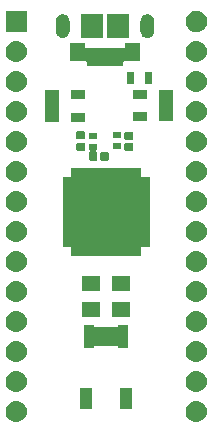
<source format=gbr>
G04 #@! TF.GenerationSoftware,KiCad,Pcbnew,5.0.1-33cea8e~66~ubuntu18.04.1*
G04 #@! TF.CreationDate,2018-10-16T23:10:54+02:00*
G04 #@! TF.ProjectId,TinyFPGA-BX,54696E79465047412D42582E6B696361,rev?*
G04 #@! TF.SameCoordinates,Original*
G04 #@! TF.FileFunction,Soldermask,Top*
G04 #@! TF.FilePolarity,Negative*
%FSLAX46Y46*%
G04 Gerber Fmt 4.6, Leading zero omitted, Abs format (unit mm)*
G04 Created by KiCad (PCBNEW 5.0.1-33cea8e~66~ubuntu18.04.1) date di 16 okt 2018 23:10:54 CEST*
%MOMM*%
%LPD*%
G01*
G04 APERTURE LIST*
%ADD10C,0.100000*%
G04 APERTURE END LIST*
D10*
G36*
X158932432Y-129932122D02*
X159102081Y-129983585D01*
X159258433Y-130067156D01*
X159395475Y-130179625D01*
X159507944Y-130316667D01*
X159591515Y-130473019D01*
X159642978Y-130642668D01*
X159660354Y-130819100D01*
X159642978Y-130995532D01*
X159591515Y-131165181D01*
X159507944Y-131321533D01*
X159395475Y-131458575D01*
X159258433Y-131571044D01*
X159102081Y-131654615D01*
X158932432Y-131706078D01*
X158800211Y-131719100D01*
X158711789Y-131719100D01*
X158579568Y-131706078D01*
X158409919Y-131654615D01*
X158253567Y-131571044D01*
X158116525Y-131458575D01*
X158004056Y-131321533D01*
X157920485Y-131165181D01*
X157869022Y-130995532D01*
X157851646Y-130819100D01*
X157869022Y-130642668D01*
X157920485Y-130473019D01*
X158004056Y-130316667D01*
X158116525Y-130179625D01*
X158253567Y-130067156D01*
X158409919Y-129983585D01*
X158579568Y-129932122D01*
X158711789Y-129919100D01*
X158800211Y-129919100D01*
X158932432Y-129932122D01*
X158932432Y-129932122D01*
G37*
G36*
X143692432Y-129932122D02*
X143862081Y-129983585D01*
X144018433Y-130067156D01*
X144155475Y-130179625D01*
X144267944Y-130316667D01*
X144351515Y-130473019D01*
X144402978Y-130642668D01*
X144420354Y-130819100D01*
X144402978Y-130995532D01*
X144351515Y-131165181D01*
X144267944Y-131321533D01*
X144155475Y-131458575D01*
X144018433Y-131571044D01*
X143862081Y-131654615D01*
X143692432Y-131706078D01*
X143560211Y-131719100D01*
X143471789Y-131719100D01*
X143339568Y-131706078D01*
X143169919Y-131654615D01*
X143013567Y-131571044D01*
X142876525Y-131458575D01*
X142764056Y-131321533D01*
X142680485Y-131165181D01*
X142629022Y-130995532D01*
X142611646Y-130819100D01*
X142629022Y-130642668D01*
X142680485Y-130473019D01*
X142764056Y-130316667D01*
X142876525Y-130179625D01*
X143013567Y-130067156D01*
X143169919Y-129983585D01*
X143339568Y-129932122D01*
X143471789Y-129919100D01*
X143560211Y-129919100D01*
X143692432Y-129932122D01*
X143692432Y-129932122D01*
G37*
G36*
X149930000Y-130623100D02*
X148930000Y-130623100D01*
X148930000Y-128823100D01*
X149930000Y-128823100D01*
X149930000Y-130623100D01*
X149930000Y-130623100D01*
G37*
G36*
X153330000Y-130623100D02*
X152330000Y-130623100D01*
X152330000Y-128823100D01*
X153330000Y-128823100D01*
X153330000Y-130623100D01*
X153330000Y-130623100D01*
G37*
G36*
X158932432Y-127392122D02*
X159102081Y-127443585D01*
X159258433Y-127527156D01*
X159395475Y-127639625D01*
X159507944Y-127776667D01*
X159591515Y-127933019D01*
X159642978Y-128102668D01*
X159660354Y-128279100D01*
X159642978Y-128455532D01*
X159591515Y-128625181D01*
X159507944Y-128781533D01*
X159395475Y-128918575D01*
X159258433Y-129031044D01*
X159102081Y-129114615D01*
X158932432Y-129166078D01*
X158800211Y-129179100D01*
X158711789Y-129179100D01*
X158579568Y-129166078D01*
X158409919Y-129114615D01*
X158253567Y-129031044D01*
X158116525Y-128918575D01*
X158004056Y-128781533D01*
X157920485Y-128625181D01*
X157869022Y-128455532D01*
X157851646Y-128279100D01*
X157869022Y-128102668D01*
X157920485Y-127933019D01*
X158004056Y-127776667D01*
X158116525Y-127639625D01*
X158253567Y-127527156D01*
X158409919Y-127443585D01*
X158579568Y-127392122D01*
X158711789Y-127379100D01*
X158800211Y-127379100D01*
X158932432Y-127392122D01*
X158932432Y-127392122D01*
G37*
G36*
X143692432Y-127392122D02*
X143862081Y-127443585D01*
X144018433Y-127527156D01*
X144155475Y-127639625D01*
X144267944Y-127776667D01*
X144351515Y-127933019D01*
X144402978Y-128102668D01*
X144420354Y-128279100D01*
X144402978Y-128455532D01*
X144351515Y-128625181D01*
X144267944Y-128781533D01*
X144155475Y-128918575D01*
X144018433Y-129031044D01*
X143862081Y-129114615D01*
X143692432Y-129166078D01*
X143560211Y-129179100D01*
X143471789Y-129179100D01*
X143339568Y-129166078D01*
X143169919Y-129114615D01*
X143013567Y-129031044D01*
X142876525Y-128918575D01*
X142764056Y-128781533D01*
X142680485Y-128625181D01*
X142629022Y-128455532D01*
X142611646Y-128279100D01*
X142629022Y-128102668D01*
X142680485Y-127933019D01*
X142764056Y-127776667D01*
X142876525Y-127639625D01*
X143013567Y-127527156D01*
X143169919Y-127443585D01*
X143339568Y-127392122D01*
X143471789Y-127379100D01*
X143560211Y-127379100D01*
X143692432Y-127392122D01*
X143692432Y-127392122D01*
G37*
G36*
X143692432Y-124852122D02*
X143862081Y-124903585D01*
X144018433Y-124987156D01*
X144155475Y-125099625D01*
X144267944Y-125236667D01*
X144351515Y-125393019D01*
X144402978Y-125562668D01*
X144420354Y-125739100D01*
X144402978Y-125915532D01*
X144351515Y-126085181D01*
X144267944Y-126241533D01*
X144155475Y-126378575D01*
X144018433Y-126491044D01*
X143862081Y-126574615D01*
X143692432Y-126626078D01*
X143560211Y-126639100D01*
X143471789Y-126639100D01*
X143339568Y-126626078D01*
X143169919Y-126574615D01*
X143013567Y-126491044D01*
X142876525Y-126378575D01*
X142764056Y-126241533D01*
X142680485Y-126085181D01*
X142629022Y-125915532D01*
X142611646Y-125739100D01*
X142629022Y-125562668D01*
X142680485Y-125393019D01*
X142764056Y-125236667D01*
X142876525Y-125099625D01*
X143013567Y-124987156D01*
X143169919Y-124903585D01*
X143339568Y-124852122D01*
X143471789Y-124839100D01*
X143560211Y-124839100D01*
X143692432Y-124852122D01*
X143692432Y-124852122D01*
G37*
G36*
X158932432Y-124852122D02*
X159102081Y-124903585D01*
X159258433Y-124987156D01*
X159395475Y-125099625D01*
X159507944Y-125236667D01*
X159591515Y-125393019D01*
X159642978Y-125562668D01*
X159660354Y-125739100D01*
X159642978Y-125915532D01*
X159591515Y-126085181D01*
X159507944Y-126241533D01*
X159395475Y-126378575D01*
X159258433Y-126491044D01*
X159102081Y-126574615D01*
X158932432Y-126626078D01*
X158800211Y-126639100D01*
X158711789Y-126639100D01*
X158579568Y-126626078D01*
X158409919Y-126574615D01*
X158253567Y-126491044D01*
X158116525Y-126378575D01*
X158004056Y-126241533D01*
X157920485Y-126085181D01*
X157869022Y-125915532D01*
X157851646Y-125739100D01*
X157869022Y-125562668D01*
X157920485Y-125393019D01*
X158004056Y-125236667D01*
X158116525Y-125099625D01*
X158253567Y-124987156D01*
X158409919Y-124903585D01*
X158579568Y-124852122D01*
X158711789Y-124839100D01*
X158800211Y-124839100D01*
X158932432Y-124852122D01*
X158932432Y-124852122D01*
G37*
G36*
X150105000Y-123560000D02*
X150107402Y-123584386D01*
X150114515Y-123607835D01*
X150126066Y-123629446D01*
X150141612Y-123648388D01*
X150160554Y-123663934D01*
X150182165Y-123675485D01*
X150205614Y-123682598D01*
X150230000Y-123685000D01*
X152030000Y-123685000D01*
X152054386Y-123682598D01*
X152077835Y-123675485D01*
X152099446Y-123663934D01*
X152118388Y-123648388D01*
X152133934Y-123629446D01*
X152145485Y-123607835D01*
X152152598Y-123584386D01*
X152155000Y-123560000D01*
X152155000Y-123510000D01*
X153005000Y-123510000D01*
X153005000Y-125410000D01*
X152155000Y-125410000D01*
X152155000Y-125360000D01*
X152152598Y-125335614D01*
X152145485Y-125312165D01*
X152133934Y-125290554D01*
X152118388Y-125271612D01*
X152099446Y-125256066D01*
X152077835Y-125244515D01*
X152054386Y-125237402D01*
X152030000Y-125235000D01*
X150230000Y-125235000D01*
X150205614Y-125237402D01*
X150182165Y-125244515D01*
X150160554Y-125256066D01*
X150141612Y-125271612D01*
X150126066Y-125290554D01*
X150114515Y-125312165D01*
X150107402Y-125335614D01*
X150105000Y-125360000D01*
X150105000Y-125410000D01*
X149255000Y-125410000D01*
X149255000Y-123510000D01*
X150105000Y-123510000D01*
X150105000Y-123560000D01*
X150105000Y-123560000D01*
G37*
G36*
X158932432Y-122312122D02*
X159102081Y-122363585D01*
X159258433Y-122447156D01*
X159395475Y-122559625D01*
X159507944Y-122696667D01*
X159591515Y-122853019D01*
X159642978Y-123022668D01*
X159660354Y-123199100D01*
X159642978Y-123375532D01*
X159591515Y-123545181D01*
X159507944Y-123701533D01*
X159395475Y-123838575D01*
X159258433Y-123951044D01*
X159102081Y-124034615D01*
X158932432Y-124086078D01*
X158800211Y-124099100D01*
X158711789Y-124099100D01*
X158579568Y-124086078D01*
X158409919Y-124034615D01*
X158253567Y-123951044D01*
X158116525Y-123838575D01*
X158004056Y-123701533D01*
X157920485Y-123545181D01*
X157869022Y-123375532D01*
X157851646Y-123199100D01*
X157869022Y-123022668D01*
X157920485Y-122853019D01*
X158004056Y-122696667D01*
X158116525Y-122559625D01*
X158253567Y-122447156D01*
X158409919Y-122363585D01*
X158579568Y-122312122D01*
X158711789Y-122299100D01*
X158800211Y-122299100D01*
X158932432Y-122312122D01*
X158932432Y-122312122D01*
G37*
G36*
X143692432Y-122312122D02*
X143862081Y-122363585D01*
X144018433Y-122447156D01*
X144155475Y-122559625D01*
X144267944Y-122696667D01*
X144351515Y-122853019D01*
X144402978Y-123022668D01*
X144420354Y-123199100D01*
X144402978Y-123375532D01*
X144351515Y-123545181D01*
X144267944Y-123701533D01*
X144155475Y-123838575D01*
X144018433Y-123951044D01*
X143862081Y-124034615D01*
X143692432Y-124086078D01*
X143560211Y-124099100D01*
X143471789Y-124099100D01*
X143339568Y-124086078D01*
X143169919Y-124034615D01*
X143013567Y-123951044D01*
X142876525Y-123838575D01*
X142764056Y-123701533D01*
X142680485Y-123545181D01*
X142629022Y-123375532D01*
X142611646Y-123199100D01*
X142629022Y-123022668D01*
X142680485Y-122853019D01*
X142764056Y-122696667D01*
X142876525Y-122559625D01*
X143013567Y-122447156D01*
X143169919Y-122363585D01*
X143339568Y-122312122D01*
X143471789Y-122299100D01*
X143560211Y-122299100D01*
X143692432Y-122312122D01*
X143692432Y-122312122D01*
G37*
G36*
X153150000Y-122824000D02*
X151650000Y-122824000D01*
X151650000Y-121524000D01*
X153150000Y-121524000D01*
X153150000Y-122824000D01*
X153150000Y-122824000D01*
G37*
G36*
X150610000Y-122824000D02*
X149110000Y-122824000D01*
X149110000Y-121524000D01*
X150610000Y-121524000D01*
X150610000Y-122824000D01*
X150610000Y-122824000D01*
G37*
G36*
X143692432Y-119772122D02*
X143862081Y-119823585D01*
X144018433Y-119907156D01*
X144155475Y-120019625D01*
X144267944Y-120156667D01*
X144351515Y-120313019D01*
X144402978Y-120482668D01*
X144420354Y-120659100D01*
X144402978Y-120835532D01*
X144351515Y-121005181D01*
X144267944Y-121161533D01*
X144155475Y-121298575D01*
X144018433Y-121411044D01*
X143862081Y-121494615D01*
X143692432Y-121546078D01*
X143560211Y-121559100D01*
X143471789Y-121559100D01*
X143339568Y-121546078D01*
X143169919Y-121494615D01*
X143013567Y-121411044D01*
X142876525Y-121298575D01*
X142764056Y-121161533D01*
X142680485Y-121005181D01*
X142629022Y-120835532D01*
X142611646Y-120659100D01*
X142629022Y-120482668D01*
X142680485Y-120313019D01*
X142764056Y-120156667D01*
X142876525Y-120019625D01*
X143013567Y-119907156D01*
X143169919Y-119823585D01*
X143339568Y-119772122D01*
X143471789Y-119759100D01*
X143560211Y-119759100D01*
X143692432Y-119772122D01*
X143692432Y-119772122D01*
G37*
G36*
X158932432Y-119772122D02*
X159102081Y-119823585D01*
X159258433Y-119907156D01*
X159395475Y-120019625D01*
X159507944Y-120156667D01*
X159591515Y-120313019D01*
X159642978Y-120482668D01*
X159660354Y-120659100D01*
X159642978Y-120835532D01*
X159591515Y-121005181D01*
X159507944Y-121161533D01*
X159395475Y-121298575D01*
X159258433Y-121411044D01*
X159102081Y-121494615D01*
X158932432Y-121546078D01*
X158800211Y-121559100D01*
X158711789Y-121559100D01*
X158579568Y-121546078D01*
X158409919Y-121494615D01*
X158253567Y-121411044D01*
X158116525Y-121298575D01*
X158004056Y-121161533D01*
X157920485Y-121005181D01*
X157869022Y-120835532D01*
X157851646Y-120659100D01*
X157869022Y-120482668D01*
X157920485Y-120313019D01*
X158004056Y-120156667D01*
X158116525Y-120019625D01*
X158253567Y-119907156D01*
X158409919Y-119823585D01*
X158579568Y-119772122D01*
X158711789Y-119759100D01*
X158800211Y-119759100D01*
X158932432Y-119772122D01*
X158932432Y-119772122D01*
G37*
G36*
X150610000Y-120624000D02*
X149110000Y-120624000D01*
X149110000Y-119324000D01*
X150610000Y-119324000D01*
X150610000Y-120624000D01*
X150610000Y-120624000D01*
G37*
G36*
X153150000Y-120624000D02*
X151650000Y-120624000D01*
X151650000Y-119324000D01*
X153150000Y-119324000D01*
X153150000Y-120624000D01*
X153150000Y-120624000D01*
G37*
G36*
X143692432Y-117232122D02*
X143862081Y-117283585D01*
X144018433Y-117367156D01*
X144155475Y-117479625D01*
X144267944Y-117616667D01*
X144351515Y-117773019D01*
X144402978Y-117942668D01*
X144420354Y-118119100D01*
X144402978Y-118295532D01*
X144351515Y-118465181D01*
X144267944Y-118621533D01*
X144155475Y-118758575D01*
X144018433Y-118871044D01*
X143862081Y-118954615D01*
X143692432Y-119006078D01*
X143560211Y-119019100D01*
X143471789Y-119019100D01*
X143339568Y-119006078D01*
X143169919Y-118954615D01*
X143013567Y-118871044D01*
X142876525Y-118758575D01*
X142764056Y-118621533D01*
X142680485Y-118465181D01*
X142629022Y-118295532D01*
X142611646Y-118119100D01*
X142629022Y-117942668D01*
X142680485Y-117773019D01*
X142764056Y-117616667D01*
X142876525Y-117479625D01*
X143013567Y-117367156D01*
X143169919Y-117283585D01*
X143339568Y-117232122D01*
X143471789Y-117219100D01*
X143560211Y-117219100D01*
X143692432Y-117232122D01*
X143692432Y-117232122D01*
G37*
G36*
X158932432Y-117232122D02*
X159102081Y-117283585D01*
X159258433Y-117367156D01*
X159395475Y-117479625D01*
X159507944Y-117616667D01*
X159591515Y-117773019D01*
X159642978Y-117942668D01*
X159660354Y-118119100D01*
X159642978Y-118295532D01*
X159591515Y-118465181D01*
X159507944Y-118621533D01*
X159395475Y-118758575D01*
X159258433Y-118871044D01*
X159102081Y-118954615D01*
X158932432Y-119006078D01*
X158800211Y-119019100D01*
X158711789Y-119019100D01*
X158579568Y-119006078D01*
X158409919Y-118954615D01*
X158253567Y-118871044D01*
X158116525Y-118758575D01*
X158004056Y-118621533D01*
X157920485Y-118465181D01*
X157869022Y-118295532D01*
X157851646Y-118119100D01*
X157869022Y-117942668D01*
X157920485Y-117773019D01*
X158004056Y-117616667D01*
X158116525Y-117479625D01*
X158253567Y-117367156D01*
X158409919Y-117283585D01*
X158579568Y-117232122D01*
X158711789Y-117219100D01*
X158800211Y-117219100D01*
X158932432Y-117232122D01*
X158932432Y-117232122D01*
G37*
G36*
X154080000Y-110844000D02*
X154082402Y-110868386D01*
X154089515Y-110891835D01*
X154101066Y-110913446D01*
X154116612Y-110932388D01*
X154135554Y-110947934D01*
X154157165Y-110959485D01*
X154180614Y-110966598D01*
X154205000Y-110969000D01*
X154830000Y-110969000D01*
X154830000Y-116869000D01*
X154205000Y-116869000D01*
X154180614Y-116871402D01*
X154157165Y-116878515D01*
X154135554Y-116890066D01*
X154116612Y-116905612D01*
X154101066Y-116924554D01*
X154089515Y-116946165D01*
X154082402Y-116969614D01*
X154080000Y-116994000D01*
X154080000Y-117619000D01*
X148180000Y-117619000D01*
X148180000Y-116994000D01*
X148177598Y-116969614D01*
X148170485Y-116946165D01*
X148158934Y-116924554D01*
X148143388Y-116905612D01*
X148124446Y-116890066D01*
X148102835Y-116878515D01*
X148079386Y-116871402D01*
X148055000Y-116869000D01*
X147430000Y-116869000D01*
X147430000Y-110969000D01*
X148055000Y-110969000D01*
X148079386Y-110966598D01*
X148102835Y-110959485D01*
X148124446Y-110947934D01*
X148143388Y-110932388D01*
X148158934Y-110913446D01*
X148170485Y-110891835D01*
X148177598Y-110868386D01*
X148180000Y-110844000D01*
X148180000Y-110219000D01*
X154080000Y-110219000D01*
X154080000Y-110844000D01*
X154080000Y-110844000D01*
G37*
G36*
X158932432Y-114692122D02*
X159102081Y-114743585D01*
X159258433Y-114827156D01*
X159395475Y-114939625D01*
X159507944Y-115076667D01*
X159591515Y-115233019D01*
X159642978Y-115402668D01*
X159660354Y-115579100D01*
X159642978Y-115755532D01*
X159591515Y-115925181D01*
X159507944Y-116081533D01*
X159395475Y-116218575D01*
X159258433Y-116331044D01*
X159102081Y-116414615D01*
X158932432Y-116466078D01*
X158800211Y-116479100D01*
X158711789Y-116479100D01*
X158579568Y-116466078D01*
X158409919Y-116414615D01*
X158253567Y-116331044D01*
X158116525Y-116218575D01*
X158004056Y-116081533D01*
X157920485Y-115925181D01*
X157869022Y-115755532D01*
X157851646Y-115579100D01*
X157869022Y-115402668D01*
X157920485Y-115233019D01*
X158004056Y-115076667D01*
X158116525Y-114939625D01*
X158253567Y-114827156D01*
X158409919Y-114743585D01*
X158579568Y-114692122D01*
X158711789Y-114679100D01*
X158800211Y-114679100D01*
X158932432Y-114692122D01*
X158932432Y-114692122D01*
G37*
G36*
X143692432Y-114692122D02*
X143862081Y-114743585D01*
X144018433Y-114827156D01*
X144155475Y-114939625D01*
X144267944Y-115076667D01*
X144351515Y-115233019D01*
X144402978Y-115402668D01*
X144420354Y-115579100D01*
X144402978Y-115755532D01*
X144351515Y-115925181D01*
X144267944Y-116081533D01*
X144155475Y-116218575D01*
X144018433Y-116331044D01*
X143862081Y-116414615D01*
X143692432Y-116466078D01*
X143560211Y-116479100D01*
X143471789Y-116479100D01*
X143339568Y-116466078D01*
X143169919Y-116414615D01*
X143013567Y-116331044D01*
X142876525Y-116218575D01*
X142764056Y-116081533D01*
X142680485Y-115925181D01*
X142629022Y-115755532D01*
X142611646Y-115579100D01*
X142629022Y-115402668D01*
X142680485Y-115233019D01*
X142764056Y-115076667D01*
X142876525Y-114939625D01*
X143013567Y-114827156D01*
X143169919Y-114743585D01*
X143339568Y-114692122D01*
X143471789Y-114679100D01*
X143560211Y-114679100D01*
X143692432Y-114692122D01*
X143692432Y-114692122D01*
G37*
G36*
X158932432Y-112152122D02*
X159102081Y-112203585D01*
X159258433Y-112287156D01*
X159395475Y-112399625D01*
X159507944Y-112536667D01*
X159591515Y-112693019D01*
X159642978Y-112862668D01*
X159660354Y-113039100D01*
X159642978Y-113215532D01*
X159591515Y-113385181D01*
X159507944Y-113541533D01*
X159395475Y-113678575D01*
X159258433Y-113791044D01*
X159102081Y-113874615D01*
X158932432Y-113926078D01*
X158800211Y-113939100D01*
X158711789Y-113939100D01*
X158579568Y-113926078D01*
X158409919Y-113874615D01*
X158253567Y-113791044D01*
X158116525Y-113678575D01*
X158004056Y-113541533D01*
X157920485Y-113385181D01*
X157869022Y-113215532D01*
X157851646Y-113039100D01*
X157869022Y-112862668D01*
X157920485Y-112693019D01*
X158004056Y-112536667D01*
X158116525Y-112399625D01*
X158253567Y-112287156D01*
X158409919Y-112203585D01*
X158579568Y-112152122D01*
X158711789Y-112139100D01*
X158800211Y-112139100D01*
X158932432Y-112152122D01*
X158932432Y-112152122D01*
G37*
G36*
X143692432Y-112152122D02*
X143862081Y-112203585D01*
X144018433Y-112287156D01*
X144155475Y-112399625D01*
X144267944Y-112536667D01*
X144351515Y-112693019D01*
X144402978Y-112862668D01*
X144420354Y-113039100D01*
X144402978Y-113215532D01*
X144351515Y-113385181D01*
X144267944Y-113541533D01*
X144155475Y-113678575D01*
X144018433Y-113791044D01*
X143862081Y-113874615D01*
X143692432Y-113926078D01*
X143560211Y-113939100D01*
X143471789Y-113939100D01*
X143339568Y-113926078D01*
X143169919Y-113874615D01*
X143013567Y-113791044D01*
X142876525Y-113678575D01*
X142764056Y-113541533D01*
X142680485Y-113385181D01*
X142629022Y-113215532D01*
X142611646Y-113039100D01*
X142629022Y-112862668D01*
X142680485Y-112693019D01*
X142764056Y-112536667D01*
X142876525Y-112399625D01*
X143013567Y-112287156D01*
X143169919Y-112203585D01*
X143339568Y-112152122D01*
X143471789Y-112139100D01*
X143560211Y-112139100D01*
X143692432Y-112152122D01*
X143692432Y-112152122D01*
G37*
G36*
X158932432Y-109612122D02*
X159102081Y-109663585D01*
X159258433Y-109747156D01*
X159395475Y-109859625D01*
X159507944Y-109996667D01*
X159591515Y-110153019D01*
X159642978Y-110322668D01*
X159660354Y-110499100D01*
X159642978Y-110675532D01*
X159591515Y-110845181D01*
X159507944Y-111001533D01*
X159395475Y-111138575D01*
X159258433Y-111251044D01*
X159102081Y-111334615D01*
X158932432Y-111386078D01*
X158800211Y-111399100D01*
X158711789Y-111399100D01*
X158579568Y-111386078D01*
X158409919Y-111334615D01*
X158253567Y-111251044D01*
X158116525Y-111138575D01*
X158004056Y-111001533D01*
X157920485Y-110845181D01*
X157869022Y-110675532D01*
X157851646Y-110499100D01*
X157869022Y-110322668D01*
X157920485Y-110153019D01*
X158004056Y-109996667D01*
X158116525Y-109859625D01*
X158253567Y-109747156D01*
X158409919Y-109663585D01*
X158579568Y-109612122D01*
X158711789Y-109599100D01*
X158800211Y-109599100D01*
X158932432Y-109612122D01*
X158932432Y-109612122D01*
G37*
G36*
X143692432Y-109612122D02*
X143862081Y-109663585D01*
X144018433Y-109747156D01*
X144155475Y-109859625D01*
X144267944Y-109996667D01*
X144351515Y-110153019D01*
X144402978Y-110322668D01*
X144420354Y-110499100D01*
X144402978Y-110675532D01*
X144351515Y-110845181D01*
X144267944Y-111001533D01*
X144155475Y-111138575D01*
X144018433Y-111251044D01*
X143862081Y-111334615D01*
X143692432Y-111386078D01*
X143560211Y-111399100D01*
X143471789Y-111399100D01*
X143339568Y-111386078D01*
X143169919Y-111334615D01*
X143013567Y-111251044D01*
X142876525Y-111138575D01*
X142764056Y-111001533D01*
X142680485Y-110845181D01*
X142629022Y-110675532D01*
X142611646Y-110499100D01*
X142629022Y-110322668D01*
X142680485Y-110153019D01*
X142764056Y-109996667D01*
X142876525Y-109859625D01*
X143013567Y-109747156D01*
X143169919Y-109663585D01*
X143339568Y-109612122D01*
X143471789Y-109599100D01*
X143560211Y-109599100D01*
X143692432Y-109612122D01*
X143692432Y-109612122D01*
G37*
G36*
X150337000Y-108661327D02*
X150318779Y-108671066D01*
X150299837Y-108686612D01*
X150284291Y-108705554D01*
X150272740Y-108727165D01*
X150265627Y-108750614D01*
X150263225Y-108775000D01*
X150265627Y-108799386D01*
X150272740Y-108822835D01*
X150284291Y-108844446D01*
X150299837Y-108863388D01*
X150308927Y-108871627D01*
X150322352Y-108882644D01*
X150335961Y-108899227D01*
X150346067Y-108918134D01*
X150352294Y-108938660D01*
X150355000Y-108966138D01*
X150355000Y-109473862D01*
X150352294Y-109501340D01*
X150346067Y-109521866D01*
X150335961Y-109540773D01*
X150322354Y-109557354D01*
X150305773Y-109570961D01*
X150286866Y-109581067D01*
X150266340Y-109587294D01*
X150238862Y-109590000D01*
X149781138Y-109590000D01*
X149753660Y-109587294D01*
X149733134Y-109581067D01*
X149714227Y-109570961D01*
X149697646Y-109557354D01*
X149684039Y-109540773D01*
X149673933Y-109521866D01*
X149667706Y-109501340D01*
X149665000Y-109473862D01*
X149665000Y-108966138D01*
X149667706Y-108938660D01*
X149673933Y-108918134D01*
X149684039Y-108899227D01*
X149697648Y-108882644D01*
X149711073Y-108871627D01*
X149728400Y-108854300D01*
X149742014Y-108833926D01*
X149751392Y-108811287D01*
X149756173Y-108787254D01*
X149756173Y-108762749D01*
X149751393Y-108738716D01*
X149742016Y-108716077D01*
X149728402Y-108695702D01*
X149711075Y-108678375D01*
X149690701Y-108664761D01*
X149668062Y-108655383D01*
X149644029Y-108650602D01*
X149637000Y-108650257D01*
X149637000Y-108150000D01*
X150337000Y-108150000D01*
X150337000Y-108661327D01*
X150337000Y-108661327D01*
G37*
G36*
X151236340Y-108852706D02*
X151256866Y-108858933D01*
X151275773Y-108869039D01*
X151292354Y-108882646D01*
X151305961Y-108899227D01*
X151316067Y-108918134D01*
X151322294Y-108938660D01*
X151325000Y-108966138D01*
X151325000Y-109473862D01*
X151322294Y-109501340D01*
X151316067Y-109521866D01*
X151305961Y-109540773D01*
X151292354Y-109557354D01*
X151275773Y-109570961D01*
X151256866Y-109581067D01*
X151236340Y-109587294D01*
X151208862Y-109590000D01*
X150751138Y-109590000D01*
X150723660Y-109587294D01*
X150703134Y-109581067D01*
X150684227Y-109570961D01*
X150667646Y-109557354D01*
X150654039Y-109540773D01*
X150643933Y-109521866D01*
X150637706Y-109501340D01*
X150635000Y-109473862D01*
X150635000Y-108966138D01*
X150637706Y-108938660D01*
X150643933Y-108918134D01*
X150654039Y-108899227D01*
X150667646Y-108882646D01*
X150684227Y-108869039D01*
X150703134Y-108858933D01*
X150723660Y-108852706D01*
X150751138Y-108850000D01*
X151208862Y-108850000D01*
X151236340Y-108852706D01*
X151236340Y-108852706D01*
G37*
G36*
X158932432Y-107072122D02*
X159102081Y-107123585D01*
X159258433Y-107207156D01*
X159395475Y-107319625D01*
X159507944Y-107456667D01*
X159591515Y-107613019D01*
X159642978Y-107782668D01*
X159660354Y-107959100D01*
X159642978Y-108135532D01*
X159591515Y-108305181D01*
X159507944Y-108461533D01*
X159395475Y-108598575D01*
X159258433Y-108711044D01*
X159102081Y-108794615D01*
X158932432Y-108846078D01*
X158800211Y-108859100D01*
X158711789Y-108859100D01*
X158579568Y-108846078D01*
X158409919Y-108794615D01*
X158253567Y-108711044D01*
X158116525Y-108598575D01*
X158004056Y-108461533D01*
X157920485Y-108305181D01*
X157869022Y-108135532D01*
X157851646Y-107959100D01*
X157869022Y-107782668D01*
X157920485Y-107613019D01*
X158004056Y-107456667D01*
X158116525Y-107319625D01*
X158253567Y-107207156D01*
X158409919Y-107123585D01*
X158579568Y-107072122D01*
X158711789Y-107059100D01*
X158800211Y-107059100D01*
X158932432Y-107072122D01*
X158932432Y-107072122D01*
G37*
G36*
X143692432Y-107072122D02*
X143862081Y-107123585D01*
X144018433Y-107207156D01*
X144155475Y-107319625D01*
X144267944Y-107456667D01*
X144351515Y-107613019D01*
X144402978Y-107782668D01*
X144420354Y-107959100D01*
X144402978Y-108135532D01*
X144351515Y-108305181D01*
X144267944Y-108461533D01*
X144155475Y-108598575D01*
X144018433Y-108711044D01*
X143862081Y-108794615D01*
X143692432Y-108846078D01*
X143560211Y-108859100D01*
X143471789Y-108859100D01*
X143339568Y-108846078D01*
X143169919Y-108794615D01*
X143013567Y-108711044D01*
X142876525Y-108598575D01*
X142764056Y-108461533D01*
X142680485Y-108305181D01*
X142629022Y-108135532D01*
X142611646Y-107959100D01*
X142629022Y-107782668D01*
X142680485Y-107613019D01*
X142764056Y-107456667D01*
X142876525Y-107319625D01*
X143013567Y-107207156D01*
X143169919Y-107123585D01*
X143339568Y-107072122D01*
X143471789Y-107059100D01*
X143560211Y-107059100D01*
X143692432Y-107072122D01*
X143692432Y-107072122D01*
G37*
G36*
X153316340Y-108092706D02*
X153336866Y-108098933D01*
X153355773Y-108109039D01*
X153372354Y-108122646D01*
X153385961Y-108139227D01*
X153396067Y-108158134D01*
X153402294Y-108178660D01*
X153405000Y-108206138D01*
X153405000Y-108663862D01*
X153402294Y-108691340D01*
X153396067Y-108711866D01*
X153385961Y-108730773D01*
X153372354Y-108747354D01*
X153355773Y-108760961D01*
X153336866Y-108771067D01*
X153316340Y-108777294D01*
X153288862Y-108780000D01*
X152781138Y-108780000D01*
X152753660Y-108777294D01*
X152733134Y-108771067D01*
X152714227Y-108760961D01*
X152697646Y-108747354D01*
X152684039Y-108730773D01*
X152673933Y-108711866D01*
X152667706Y-108691340D01*
X152665000Y-108663862D01*
X152665000Y-108206138D01*
X152667706Y-108178660D01*
X152673933Y-108158134D01*
X152684039Y-108139227D01*
X152697646Y-108122646D01*
X152714227Y-108109039D01*
X152733134Y-108098933D01*
X152753660Y-108092706D01*
X152781138Y-108090000D01*
X153288862Y-108090000D01*
X153316340Y-108092706D01*
X153316340Y-108092706D01*
G37*
G36*
X149252340Y-108069706D02*
X149272866Y-108075933D01*
X149291773Y-108086039D01*
X149308354Y-108099646D01*
X149321961Y-108116227D01*
X149332067Y-108135134D01*
X149338294Y-108155660D01*
X149341000Y-108183138D01*
X149341000Y-108640862D01*
X149338294Y-108668340D01*
X149332067Y-108688866D01*
X149321961Y-108707773D01*
X149308354Y-108724354D01*
X149291773Y-108737961D01*
X149272866Y-108748067D01*
X149252340Y-108754294D01*
X149224862Y-108757000D01*
X148717138Y-108757000D01*
X148689660Y-108754294D01*
X148669134Y-108748067D01*
X148650227Y-108737961D01*
X148633646Y-108724354D01*
X148620039Y-108707773D01*
X148609933Y-108688866D01*
X148603706Y-108668340D01*
X148601000Y-108640862D01*
X148601000Y-108183138D01*
X148603706Y-108155660D01*
X148609933Y-108135134D01*
X148620039Y-108116227D01*
X148633646Y-108099646D01*
X148650227Y-108086039D01*
X148669134Y-108075933D01*
X148689660Y-108069706D01*
X148717138Y-108067000D01*
X149224862Y-108067000D01*
X149252340Y-108069706D01*
X149252340Y-108069706D01*
G37*
G36*
X152369000Y-108592000D02*
X151669000Y-108592000D01*
X151669000Y-108092000D01*
X152369000Y-108092000D01*
X152369000Y-108592000D01*
X152369000Y-108592000D01*
G37*
G36*
X153316340Y-107122706D02*
X153336866Y-107128933D01*
X153355773Y-107139039D01*
X153372354Y-107152646D01*
X153385961Y-107169227D01*
X153396067Y-107188134D01*
X153402294Y-107208660D01*
X153405000Y-107236138D01*
X153405000Y-107693862D01*
X153402294Y-107721340D01*
X153396067Y-107741866D01*
X153385961Y-107760773D01*
X153372354Y-107777354D01*
X153355773Y-107790961D01*
X153336866Y-107801067D01*
X153316340Y-107807294D01*
X153288862Y-107810000D01*
X152781138Y-107810000D01*
X152753660Y-107807294D01*
X152733134Y-107801067D01*
X152714227Y-107790961D01*
X152697646Y-107777354D01*
X152684039Y-107760773D01*
X152673933Y-107741866D01*
X152667706Y-107721340D01*
X152665000Y-107693862D01*
X152665000Y-107236138D01*
X152667706Y-107208660D01*
X152673933Y-107188134D01*
X152684039Y-107169227D01*
X152697646Y-107152646D01*
X152714227Y-107139039D01*
X152733134Y-107128933D01*
X152753660Y-107122706D01*
X152781138Y-107120000D01*
X153288862Y-107120000D01*
X153316340Y-107122706D01*
X153316340Y-107122706D01*
G37*
G36*
X149252340Y-107099706D02*
X149272866Y-107105933D01*
X149291773Y-107116039D01*
X149308354Y-107129646D01*
X149321961Y-107146227D01*
X149332067Y-107165134D01*
X149338294Y-107185660D01*
X149341000Y-107213138D01*
X149341000Y-107670862D01*
X149338294Y-107698340D01*
X149332067Y-107718866D01*
X149321961Y-107737773D01*
X149308354Y-107754354D01*
X149291773Y-107767961D01*
X149272866Y-107778067D01*
X149252340Y-107784294D01*
X149224862Y-107787000D01*
X148717138Y-107787000D01*
X148689660Y-107784294D01*
X148669134Y-107778067D01*
X148650227Y-107767961D01*
X148633646Y-107754354D01*
X148620039Y-107737773D01*
X148609933Y-107718866D01*
X148603706Y-107698340D01*
X148601000Y-107670862D01*
X148601000Y-107213138D01*
X148603706Y-107185660D01*
X148609933Y-107165134D01*
X148620039Y-107146227D01*
X148633646Y-107129646D01*
X148650227Y-107116039D01*
X148669134Y-107105933D01*
X148689660Y-107099706D01*
X148717138Y-107097000D01*
X149224862Y-107097000D01*
X149252340Y-107099706D01*
X149252340Y-107099706D01*
G37*
G36*
X150337000Y-107750000D02*
X149637000Y-107750000D01*
X149637000Y-107250000D01*
X150337000Y-107250000D01*
X150337000Y-107750000D01*
X150337000Y-107750000D01*
G37*
G36*
X152369000Y-107692000D02*
X151669000Y-107692000D01*
X151669000Y-107192000D01*
X152369000Y-107192000D01*
X152369000Y-107692000D01*
X152369000Y-107692000D01*
G37*
G36*
X158932432Y-104532122D02*
X159102081Y-104583585D01*
X159258433Y-104667156D01*
X159395475Y-104779625D01*
X159507944Y-104916667D01*
X159591515Y-105073019D01*
X159642978Y-105242668D01*
X159660354Y-105419100D01*
X159642978Y-105595532D01*
X159591515Y-105765181D01*
X159507944Y-105921533D01*
X159395475Y-106058575D01*
X159258433Y-106171044D01*
X159102081Y-106254615D01*
X158932432Y-106306078D01*
X158800211Y-106319100D01*
X158711789Y-106319100D01*
X158579568Y-106306078D01*
X158409919Y-106254615D01*
X158253567Y-106171044D01*
X158116525Y-106058575D01*
X158004056Y-105921533D01*
X157920485Y-105765181D01*
X157869022Y-105595532D01*
X157851646Y-105419100D01*
X157869022Y-105242668D01*
X157920485Y-105073019D01*
X158004056Y-104916667D01*
X158116525Y-104779625D01*
X158253567Y-104667156D01*
X158409919Y-104583585D01*
X158579568Y-104532122D01*
X158711789Y-104519100D01*
X158800211Y-104519100D01*
X158932432Y-104532122D01*
X158932432Y-104532122D01*
G37*
G36*
X143692432Y-104532122D02*
X143862081Y-104583585D01*
X144018433Y-104667156D01*
X144155475Y-104779625D01*
X144267944Y-104916667D01*
X144351515Y-105073019D01*
X144402978Y-105242668D01*
X144420354Y-105419100D01*
X144402978Y-105595532D01*
X144351515Y-105765181D01*
X144267944Y-105921533D01*
X144155475Y-106058575D01*
X144018433Y-106171044D01*
X143862081Y-106254615D01*
X143692432Y-106306078D01*
X143560211Y-106319100D01*
X143471789Y-106319100D01*
X143339568Y-106306078D01*
X143169919Y-106254615D01*
X143013567Y-106171044D01*
X142876525Y-106058575D01*
X142764056Y-105921533D01*
X142680485Y-105765181D01*
X142629022Y-105595532D01*
X142611646Y-105419100D01*
X142629022Y-105242668D01*
X142680485Y-105073019D01*
X142764056Y-104916667D01*
X142876525Y-104779625D01*
X143013567Y-104667156D01*
X143169919Y-104583585D01*
X143339568Y-104532122D01*
X143471789Y-104519100D01*
X143560211Y-104519100D01*
X143692432Y-104532122D01*
X143692432Y-104532122D01*
G37*
G36*
X147138000Y-106288000D02*
X145978000Y-106288000D01*
X145978000Y-103638000D01*
X147138000Y-103638000D01*
X147138000Y-106288000D01*
X147138000Y-106288000D01*
G37*
G36*
X149338000Y-106288000D02*
X148178000Y-106288000D01*
X148178000Y-105538000D01*
X149338000Y-105538000D01*
X149338000Y-106288000D01*
X149338000Y-106288000D01*
G37*
G36*
X154590000Y-106227000D02*
X153430000Y-106227000D01*
X153430000Y-105477000D01*
X154590000Y-105477000D01*
X154590000Y-106227000D01*
X154590000Y-106227000D01*
G37*
G36*
X156790000Y-106227000D02*
X155630000Y-106227000D01*
X155630000Y-103577000D01*
X156790000Y-103577000D01*
X156790000Y-106227000D01*
X156790000Y-106227000D01*
G37*
G36*
X149338000Y-104388000D02*
X148178000Y-104388000D01*
X148178000Y-103638000D01*
X149338000Y-103638000D01*
X149338000Y-104388000D01*
X149338000Y-104388000D01*
G37*
G36*
X154590000Y-104327000D02*
X153430000Y-104327000D01*
X153430000Y-103577000D01*
X154590000Y-103577000D01*
X154590000Y-104327000D01*
X154590000Y-104327000D01*
G37*
G36*
X158932432Y-101992122D02*
X159102081Y-102043585D01*
X159258433Y-102127156D01*
X159395475Y-102239625D01*
X159507944Y-102376667D01*
X159591515Y-102533019D01*
X159642978Y-102702668D01*
X159660354Y-102879100D01*
X159642978Y-103055532D01*
X159591515Y-103225181D01*
X159507944Y-103381533D01*
X159395475Y-103518575D01*
X159258433Y-103631044D01*
X159102081Y-103714615D01*
X158932432Y-103766078D01*
X158800211Y-103779100D01*
X158711789Y-103779100D01*
X158579568Y-103766078D01*
X158409919Y-103714615D01*
X158253567Y-103631044D01*
X158116525Y-103518575D01*
X158004056Y-103381533D01*
X157920485Y-103225181D01*
X157869022Y-103055532D01*
X157851646Y-102879100D01*
X157869022Y-102702668D01*
X157920485Y-102533019D01*
X158004056Y-102376667D01*
X158116525Y-102239625D01*
X158253567Y-102127156D01*
X158409919Y-102043585D01*
X158579568Y-101992122D01*
X158711789Y-101979100D01*
X158800211Y-101979100D01*
X158932432Y-101992122D01*
X158932432Y-101992122D01*
G37*
G36*
X143692432Y-101992122D02*
X143862081Y-102043585D01*
X144018433Y-102127156D01*
X144155475Y-102239625D01*
X144267944Y-102376667D01*
X144351515Y-102533019D01*
X144402978Y-102702668D01*
X144420354Y-102879100D01*
X144402978Y-103055532D01*
X144351515Y-103225181D01*
X144267944Y-103381533D01*
X144155475Y-103518575D01*
X144018433Y-103631044D01*
X143862081Y-103714615D01*
X143692432Y-103766078D01*
X143560211Y-103779100D01*
X143471789Y-103779100D01*
X143339568Y-103766078D01*
X143169919Y-103714615D01*
X143013567Y-103631044D01*
X142876525Y-103518575D01*
X142764056Y-103381533D01*
X142680485Y-103225181D01*
X142629022Y-103055532D01*
X142611646Y-102879100D01*
X142629022Y-102702668D01*
X142680485Y-102533019D01*
X142764056Y-102376667D01*
X142876525Y-102239625D01*
X143013567Y-102127156D01*
X143169919Y-102043585D01*
X143339568Y-101992122D01*
X143471789Y-101979100D01*
X143560211Y-101979100D01*
X143692432Y-101992122D01*
X143692432Y-101992122D01*
G37*
G36*
X153474000Y-103116000D02*
X152874000Y-103116000D01*
X152874000Y-102116000D01*
X153474000Y-102116000D01*
X153474000Y-103116000D01*
X153474000Y-103116000D01*
G37*
G36*
X154974000Y-103116000D02*
X154374000Y-103116000D01*
X154374000Y-102116000D01*
X154974000Y-102116000D01*
X154974000Y-103116000D01*
X154974000Y-103116000D01*
G37*
G36*
X149326000Y-99946000D02*
X149328402Y-99970386D01*
X149335515Y-99993835D01*
X149347066Y-100015446D01*
X149362612Y-100034388D01*
X149381554Y-100049934D01*
X149403165Y-100061485D01*
X149426614Y-100068598D01*
X149451000Y-100071000D01*
X152591000Y-100071000D01*
X152615386Y-100068598D01*
X152638835Y-100061485D01*
X152660446Y-100049934D01*
X152679388Y-100034388D01*
X152694934Y-100015446D01*
X152706485Y-99993835D01*
X152713598Y-99970386D01*
X152716000Y-99946000D01*
X152716000Y-99626000D01*
X153966000Y-99626000D01*
X153966000Y-101176000D01*
X152696000Y-101176000D01*
X152671614Y-101178402D01*
X152648165Y-101185515D01*
X152626554Y-101197066D01*
X152607612Y-101212612D01*
X152592066Y-101231554D01*
X152580515Y-101253165D01*
X152573402Y-101276614D01*
X152571000Y-101301000D01*
X152571000Y-101571000D01*
X149471000Y-101571000D01*
X149471000Y-101301000D01*
X149468598Y-101276614D01*
X149461485Y-101253165D01*
X149449934Y-101231554D01*
X149434388Y-101212612D01*
X149415446Y-101197066D01*
X149393835Y-101185515D01*
X149370386Y-101178402D01*
X149346000Y-101176000D01*
X148076000Y-101176000D01*
X148076000Y-99626000D01*
X149326000Y-99626000D01*
X149326000Y-99946000D01*
X149326000Y-99946000D01*
G37*
G36*
X158932432Y-99452122D02*
X159102081Y-99503585D01*
X159258433Y-99587156D01*
X159395475Y-99699625D01*
X159507944Y-99836667D01*
X159591515Y-99993019D01*
X159642978Y-100162668D01*
X159660354Y-100339100D01*
X159642978Y-100515532D01*
X159591515Y-100685181D01*
X159507944Y-100841533D01*
X159395475Y-100978575D01*
X159258433Y-101091044D01*
X159102081Y-101174615D01*
X158932432Y-101226078D01*
X158800211Y-101239100D01*
X158711789Y-101239100D01*
X158579568Y-101226078D01*
X158409919Y-101174615D01*
X158253567Y-101091044D01*
X158116525Y-100978575D01*
X158004056Y-100841533D01*
X157920485Y-100685181D01*
X157869022Y-100515532D01*
X157851646Y-100339100D01*
X157869022Y-100162668D01*
X157920485Y-99993019D01*
X158004056Y-99836667D01*
X158116525Y-99699625D01*
X158253567Y-99587156D01*
X158409919Y-99503585D01*
X158579568Y-99452122D01*
X158711789Y-99439100D01*
X158800211Y-99439100D01*
X158932432Y-99452122D01*
X158932432Y-99452122D01*
G37*
G36*
X143692432Y-99452122D02*
X143862081Y-99503585D01*
X144018433Y-99587156D01*
X144155475Y-99699625D01*
X144267944Y-99836667D01*
X144351515Y-99993019D01*
X144402978Y-100162668D01*
X144420354Y-100339100D01*
X144402978Y-100515532D01*
X144351515Y-100685181D01*
X144267944Y-100841533D01*
X144155475Y-100978575D01*
X144018433Y-101091044D01*
X143862081Y-101174615D01*
X143692432Y-101226078D01*
X143560211Y-101239100D01*
X143471789Y-101239100D01*
X143339568Y-101226078D01*
X143169919Y-101174615D01*
X143013567Y-101091044D01*
X142876525Y-100978575D01*
X142764056Y-100841533D01*
X142680485Y-100685181D01*
X142629022Y-100515532D01*
X142611646Y-100339100D01*
X142629022Y-100162668D01*
X142680485Y-99993019D01*
X142764056Y-99836667D01*
X142876525Y-99699625D01*
X143013567Y-99587156D01*
X143169919Y-99503585D01*
X143339568Y-99452122D01*
X143471789Y-99439100D01*
X143560211Y-99439100D01*
X143692432Y-99452122D01*
X143692432Y-99452122D01*
G37*
G36*
X154708715Y-97179319D02*
X154708718Y-97179320D01*
X154708719Y-97179320D01*
X154817107Y-97212199D01*
X154817109Y-97212200D01*
X154916999Y-97265593D01*
X154967891Y-97307358D01*
X155004554Y-97337446D01*
X155033560Y-97372791D01*
X155076407Y-97425000D01*
X155076408Y-97425002D01*
X155129801Y-97524892D01*
X155162680Y-97633280D01*
X155162681Y-97633284D01*
X155171000Y-97717750D01*
X155171000Y-98624250D01*
X155162681Y-98708716D01*
X155129800Y-98817110D01*
X155076407Y-98917000D01*
X155004554Y-99004554D01*
X154917000Y-99076407D01*
X154916998Y-99076408D01*
X154817108Y-99129801D01*
X154708720Y-99162680D01*
X154708719Y-99162680D01*
X154708716Y-99162681D01*
X154596000Y-99173782D01*
X154483285Y-99162681D01*
X154483282Y-99162680D01*
X154483281Y-99162680D01*
X154374893Y-99129801D01*
X154275003Y-99076408D01*
X154275001Y-99076407D01*
X154187447Y-99004554D01*
X154115594Y-98917000D01*
X154062201Y-98817110D01*
X154029320Y-98708716D01*
X154021000Y-98624249D01*
X154021000Y-97717751D01*
X154029319Y-97633285D01*
X154029320Y-97633281D01*
X154062199Y-97524893D01*
X154115592Y-97425003D01*
X154115593Y-97425001D01*
X154187444Y-97337449D01*
X154187446Y-97337446D01*
X154275002Y-97265592D01*
X154275001Y-97265592D01*
X154275003Y-97265591D01*
X154374890Y-97212200D01*
X154374892Y-97212199D01*
X154483280Y-97179320D01*
X154483281Y-97179320D01*
X154483284Y-97179319D01*
X154596000Y-97168218D01*
X154708715Y-97179319D01*
X154708715Y-97179319D01*
G37*
G36*
X147558716Y-97179319D02*
X147558719Y-97179320D01*
X147558720Y-97179320D01*
X147667108Y-97212199D01*
X147667110Y-97212200D01*
X147767000Y-97265593D01*
X147854554Y-97337446D01*
X147926407Y-97425000D01*
X147926408Y-97425002D01*
X147979801Y-97524892D01*
X148012680Y-97633280D01*
X148012681Y-97633284D01*
X148021000Y-97717750D01*
X148021000Y-98624250D01*
X148012681Y-98708716D01*
X147979800Y-98817110D01*
X147926409Y-98916997D01*
X147918030Y-98927207D01*
X147854554Y-99004554D01*
X147817891Y-99034642D01*
X147766999Y-99076407D01*
X147766997Y-99076408D01*
X147667107Y-99129801D01*
X147558719Y-99162680D01*
X147558718Y-99162680D01*
X147558715Y-99162681D01*
X147446000Y-99173782D01*
X147333284Y-99162681D01*
X147333281Y-99162680D01*
X147333280Y-99162680D01*
X147224892Y-99129801D01*
X147224890Y-99129800D01*
X147125003Y-99076409D01*
X147114793Y-99068030D01*
X147037446Y-99004554D01*
X146965594Y-98917000D01*
X146965593Y-98916999D01*
X146912200Y-98817109D01*
X146879321Y-98708720D01*
X146879320Y-98708719D01*
X146879320Y-98708718D01*
X146879319Y-98708715D01*
X146871000Y-98624249D01*
X146871000Y-97717751D01*
X146879320Y-97633284D01*
X146879321Y-97633280D01*
X146912200Y-97524892D01*
X146965593Y-97425002D01*
X146965594Y-97425000D01*
X147037447Y-97337446D01*
X147125001Y-97265593D01*
X147224891Y-97212200D01*
X147224893Y-97212199D01*
X147333281Y-97179320D01*
X147333282Y-97179320D01*
X147333285Y-97179319D01*
X147446000Y-97168218D01*
X147558716Y-97179319D01*
X147558716Y-97179319D01*
G37*
G36*
X150821000Y-99171000D02*
X148971000Y-99171000D01*
X148971000Y-97171000D01*
X150821000Y-97171000D01*
X150821000Y-99171000D01*
X150821000Y-99171000D01*
G37*
G36*
X153071000Y-99171000D02*
X151221000Y-99171000D01*
X151221000Y-97171000D01*
X153071000Y-97171000D01*
X153071000Y-99171000D01*
X153071000Y-99171000D01*
G37*
G36*
X159018521Y-96933686D02*
X159182309Y-97001529D01*
X159329720Y-97100026D01*
X159455074Y-97225380D01*
X159553571Y-97372791D01*
X159621414Y-97536579D01*
X159656000Y-97710456D01*
X159656000Y-97887744D01*
X159621414Y-98061621D01*
X159553571Y-98225409D01*
X159455074Y-98372820D01*
X159329720Y-98498174D01*
X159182309Y-98596671D01*
X159018521Y-98664514D01*
X158844644Y-98699100D01*
X158667356Y-98699100D01*
X158493479Y-98664514D01*
X158329691Y-98596671D01*
X158182280Y-98498174D01*
X158056926Y-98372820D01*
X157958429Y-98225409D01*
X157890586Y-98061621D01*
X157856000Y-97887744D01*
X157856000Y-97710456D01*
X157890586Y-97536579D01*
X157958429Y-97372791D01*
X158056926Y-97225380D01*
X158182280Y-97100026D01*
X158329691Y-97001529D01*
X158493479Y-96933686D01*
X158667356Y-96899100D01*
X158844644Y-96899100D01*
X159018521Y-96933686D01*
X159018521Y-96933686D01*
G37*
G36*
X144416000Y-98699100D02*
X142616000Y-98699100D01*
X142616000Y-96899100D01*
X144416000Y-96899100D01*
X144416000Y-98699100D01*
X144416000Y-98699100D01*
G37*
M02*

</source>
